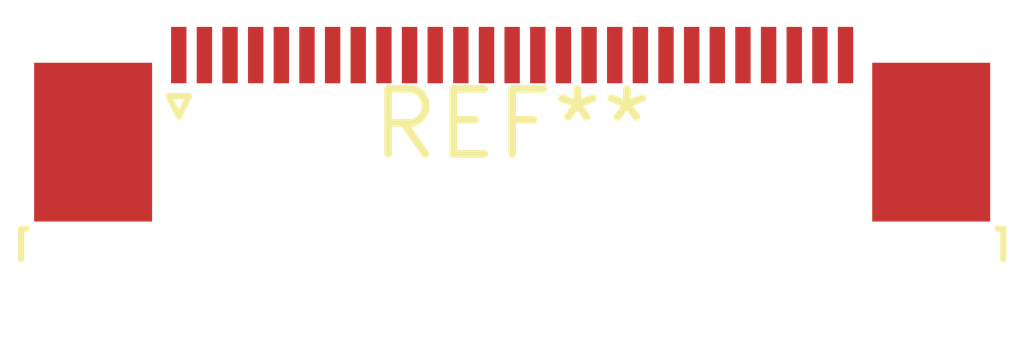
<source format=kicad_pcb>
(kicad_pcb (version 20240108) (generator pcbnew)
  (layers (0 "F.Cu" signal) (31 "B.Cu" signal) (34 "B.Paste" user) (35 "F.Paste" user) (36 "B.SilkS" user "B.Silkscreen") (37 "F.SilkS" user "F.Silkscreen") (38 "B.Mask" user) (39 "F.Mask" user) (44 "Edge.Cuts" user))
  (net 0 "")
  (footprint "TE_2-1734839-7_1x27-1MP_P0.5mm_Horizontal" (layer "F.Cu") (at 0 0)
    (property "Reference" "REF**")
    (property "Value" "PCB Edge")
    (fp_line (start -9.575 2.04) (end -9.575 2.64) (layer "F.SilkS") (stroke (width 0.12)))
    (fp_line (start -9.465 2.04) (end -9.575 2.04) (layer "F.SilkS") (stroke (width 0.12)))
    (fp_line (start -6.7 -0.55) (end -6.5 -0.15) (layer "F.SilkS") (stroke (width 0.12)))
    (fp_line (start -6.5 -0.15) (end -6.3 -0.55) (layer "F.SilkS") (stroke (width 0.12)))
    (fp_line (start -6.3 -0.55) (end -6.7 -0.55) (layer "F.SilkS") (stroke (width 0.12)))
    (fp_line (start 9.465 2.04) (end 9.575 2.04) (layer "F.SilkS") (stroke (width 0.12)))
    (fp_line (start 9.575 2.04) (end 9.575 2.64) (layer "F.SilkS") (stroke (width 0.12)))
    (pad "1" smd rect (at -6.5 -1.35) (size 0.3 1.1) (layers "F.Cu" "F.Paste" "F.Mask"))
    (pad "2" smd rect (at -6 -1.35) (size 0.3 1.1) (layers "F.Cu" "F.Paste" "F.Mask"))
    (pad "3" smd rect (at -5.5 -1.35) (size 0.3 1.1) (layers "F.Cu" "F.Paste" "F.Mask"))
    (pad "4" smd rect (at -5 -1.35) (size 0.3 1.1) (layers "F.Cu" "F.Paste" "F.Mask"))
    (pad "5" smd rect (at -4.5 -1.35) (size 0.3 1.1) (layers "F.Cu" "F.Paste" "F.Mask"))
    (pad "6" smd rect (at -4 -1.35) (size 0.3 1.1) (layers "F.Cu" "F.Paste" "F.Mask"))
    (pad "7" smd rect (at -3.5 -1.35) (size 0.3 1.1) (layers "F.Cu" "F.Paste" "F.Mask"))
    (pad "8" smd rect (at -3 -1.35) (size 0.3 1.1) (layers "F.Cu" "F.Paste" "F.Mask"))
    (pad "9" smd rect (at -2.5 -1.35) (size 0.3 1.1) (layers "F.Cu" "F.Paste" "F.Mask"))
    (pad "10" smd rect (at -2 -1.35) (size 0.3 1.1) (layers "F.Cu" "F.Paste" "F.Mask"))
    (pad "11" smd rect (at -1.5 -1.35) (size 0.3 1.1) (layers "F.Cu" "F.Paste" "F.Mask"))
    (pad "12" smd rect (at -1 -1.35) (size 0.3 1.1) (layers "F.Cu" "F.Paste" "F.Mask"))
    (pad "13" smd rect (at -0.5 -1.35) (size 0.3 1.1) (layers "F.Cu" "F.Paste" "F.Mask"))
    (pad "14" smd rect (at 0 -1.35) (size 0.3 1.1) (layers "F.Cu" "F.Paste" "F.Mask"))
    (pad "15" smd rect (at 0.5 -1.35) (size 0.3 1.1) (layers "F.Cu" "F.Paste" "F.Mask"))
    (pad "16" smd rect (at 1 -1.35) (size 0.3 1.1) (layers "F.Cu" "F.Paste" "F.Mask"))
    (pad "17" smd rect (at 1.5 -1.35) (size 0.3 1.1) (layers "F.Cu" "F.Paste" "F.Mask"))
    (pad "18" smd rect (at 2 -1.35) (size 0.3 1.1) (layers "F.Cu" "F.Paste" "F.Mask"))
    (pad "19" smd rect (at 2.5 -1.35) (size 0.3 1.1) (layers "F.Cu" "F.Paste" "F.Mask"))
    (pad "20" smd rect (at 3 -1.35) (size 0.3 1.1) (layers "F.Cu" "F.Paste" "F.Mask"))
    (pad "21" smd rect (at 3.5 -1.35) (size 0.3 1.1) (layers "F.Cu" "F.Paste" "F.Mask"))
    (pad "22" smd rect (at 4 -1.35) (size 0.3 1.1) (layers "F.Cu" "F.Paste" "F.Mask"))
    (pad "23" smd rect (at 4.5 -1.35) (size 0.3 1.1) (layers "F.Cu" "F.Paste" "F.Mask"))
    (pad "24" smd rect (at 5 -1.35) (size 0.3 1.1) (layers "F.Cu" "F.Paste" "F.Mask"))
    (pad "25" smd rect (at 5.5 -1.35) (size 0.3 1.1) (layers "F.Cu" "F.Paste" "F.Mask"))
    (pad "26" smd rect (at 6 -1.35) (size 0.3 1.1) (layers "F.Cu" "F.Paste" "F.Mask"))
    (pad "27" smd rect (at 6.5 -1.35) (size 0.3 1.1) (layers "F.Cu" "F.Paste" "F.Mask"))
    (pad "MP" smd rect (at -8.17 0.35) (size 2.3 3.1) (layers "F.Cu" "F.Paste" "F.Mask"))
    (pad "MP" smd rect (at 8.17 0.35) (size 2.3 3.1) (layers "F.Cu" "F.Paste" "F.Mask"))
  )
)
</source>
